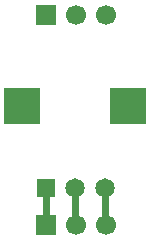
<source format=gbr>
%TF.GenerationSoftware,KiCad,Pcbnew,9.0.6*%
%TF.CreationDate,2025-12-17T11:27:33-05:00*%
%TF.ProjectId,lichen-breadboard-alpha-pot-single-adaptor,6c696368-656e-42d6-9272-656164626f61,rev?*%
%TF.SameCoordinates,Original*%
%TF.FileFunction,Copper,L1,Top*%
%TF.FilePolarity,Positive*%
%FSLAX46Y46*%
G04 Gerber Fmt 4.6, Leading zero omitted, Abs format (unit mm)*
G04 Created by KiCad (PCBNEW 9.0.6) date 2025-12-17 11:27:33*
%MOMM*%
%LPD*%
G01*
G04 APERTURE LIST*
%TA.AperFunction,ComponentPad*%
%ADD10R,1.650000X1.650000*%
%TD*%
%TA.AperFunction,ComponentPad*%
%ADD11C,1.650000*%
%TD*%
%TA.AperFunction,ComponentPad*%
%ADD12R,3.116000X3.116000*%
%TD*%
%TA.AperFunction,ComponentPad*%
%ADD13R,1.700000X1.700000*%
%TD*%
%TA.AperFunction,ComponentPad*%
%ADD14C,1.700000*%
%TD*%
%TA.AperFunction,Conductor*%
%ADD15C,0.600000*%
%TD*%
%TA.AperFunction,Conductor*%
%ADD16C,0.200000*%
%TD*%
G04 APERTURE END LIST*
D10*
%TO.P,RV1,1,1*%
%TO.N,Net-(J3-Pin_1)*%
X104000000Y-116660000D03*
D11*
%TO.P,RV1,2,2*%
%TO.N,Net-(J3-Pin_2)*%
X106500000Y-116660000D03*
%TO.P,RV1,3,3*%
%TO.N,Net-(J3-Pin_3)*%
X109000000Y-116660000D03*
D12*
%TO.P,RV1,CHASSIS1*%
%TO.N,N/C*%
X102000000Y-109660000D03*
%TO.P,RV1,CHASSIS2*%
X111000000Y-109660000D03*
%TD*%
D13*
%TO.P,J1,1,Pin_1*%
%TO.N,unconnected-(J1-Pin_1-Pad1)*%
X104000000Y-102000000D03*
D14*
%TO.P,J1,2,Pin_2*%
%TO.N,unconnected-(J1-Pin_2-Pad2)*%
X106540000Y-102000000D03*
%TO.P,J1,3,Pin_3*%
%TO.N,unconnected-(J1-Pin_3-Pad3)*%
X109080000Y-102000000D03*
%TD*%
D13*
%TO.P,J3,1,Pin_1*%
%TO.N,Net-(J3-Pin_1)*%
X104000000Y-119780000D03*
D14*
%TO.P,J3,2,Pin_2*%
%TO.N,Net-(J3-Pin_2)*%
X106540000Y-119780000D03*
%TO.P,J3,3,Pin_3*%
%TO.N,Net-(J3-Pin_3)*%
X109080000Y-119780000D03*
%TD*%
D15*
%TO.N,Net-(J3-Pin_1)*%
X104000000Y-116660000D02*
X104000000Y-119780000D01*
D16*
%TO.N,Net-(J3-Pin_2)*%
X106540000Y-116620000D02*
X106500000Y-116660000D01*
X106500000Y-119740000D02*
X106540000Y-119780000D01*
D15*
X106500000Y-116660000D02*
X106500000Y-119740000D01*
D16*
%TO.N,Net-(J3-Pin_3)*%
X109000000Y-119700000D02*
X109080000Y-119780000D01*
D15*
X109000000Y-116660000D02*
X109000000Y-119700000D01*
D16*
X109080000Y-116580000D02*
X109000000Y-116660000D01*
%TD*%
M02*

</source>
